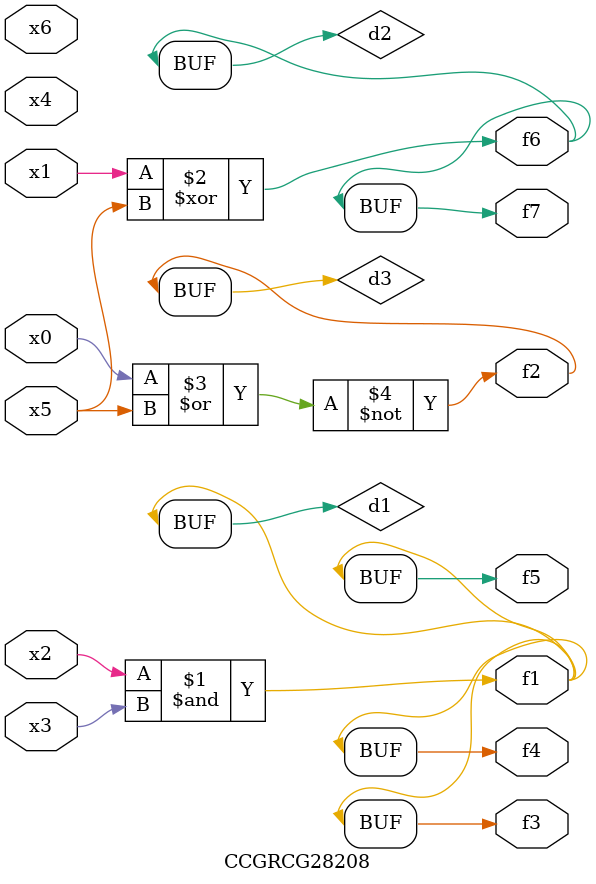
<source format=v>
module CCGRCG28208(
	input x0, x1, x2, x3, x4, x5, x6,
	output f1, f2, f3, f4, f5, f6, f7
);

	wire d1, d2, d3;

	and (d1, x2, x3);
	xor (d2, x1, x5);
	nor (d3, x0, x5);
	assign f1 = d1;
	assign f2 = d3;
	assign f3 = d1;
	assign f4 = d1;
	assign f5 = d1;
	assign f6 = d2;
	assign f7 = d2;
endmodule

</source>
